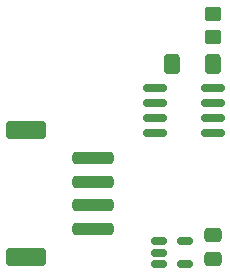
<source format=gbr>
%TF.GenerationSoftware,KiCad,Pcbnew,7.0.2*%
%TF.CreationDate,2023-05-24T14:34:07-04:00*%
%TF.ProjectId,mcumod-at6,6d63756d-6f64-42d6-9174-362e6b696361,rev?*%
%TF.SameCoordinates,Original*%
%TF.FileFunction,Paste,Bot*%
%TF.FilePolarity,Positive*%
%FSLAX46Y46*%
G04 Gerber Fmt 4.6, Leading zero omitted, Abs format (unit mm)*
G04 Created by KiCad (PCBNEW 7.0.2) date 2023-05-24 14:34:07*
%MOMM*%
%LPD*%
G01*
G04 APERTURE LIST*
G04 Aperture macros list*
%AMRoundRect*
0 Rectangle with rounded corners*
0 $1 Rounding radius*
0 $2 $3 $4 $5 $6 $7 $8 $9 X,Y pos of 4 corners*
0 Add a 4 corners polygon primitive as box body*
4,1,4,$2,$3,$4,$5,$6,$7,$8,$9,$2,$3,0*
0 Add four circle primitives for the rounded corners*
1,1,$1+$1,$2,$3*
1,1,$1+$1,$4,$5*
1,1,$1+$1,$6,$7*
1,1,$1+$1,$8,$9*
0 Add four rect primitives between the rounded corners*
20,1,$1+$1,$2,$3,$4,$5,0*
20,1,$1+$1,$4,$5,$6,$7,0*
20,1,$1+$1,$6,$7,$8,$9,0*
20,1,$1+$1,$8,$9,$2,$3,0*%
G04 Aperture macros list end*
%ADD10RoundRect,0.250000X0.400000X0.600000X-0.400000X0.600000X-0.400000X-0.600000X0.400000X-0.600000X0*%
%ADD11RoundRect,0.250000X1.500000X-0.250000X1.500000X0.250000X-1.500000X0.250000X-1.500000X-0.250000X0*%
%ADD12RoundRect,0.250001X1.449999X-0.499999X1.449999X0.499999X-1.449999X0.499999X-1.449999X-0.499999X0*%
%ADD13RoundRect,0.150000X0.825000X0.150000X-0.825000X0.150000X-0.825000X-0.150000X0.825000X-0.150000X0*%
%ADD14RoundRect,0.150000X-0.512500X-0.150000X0.512500X-0.150000X0.512500X0.150000X-0.512500X0.150000X0*%
%ADD15RoundRect,0.250000X0.450000X-0.350000X0.450000X0.350000X-0.450000X0.350000X-0.450000X-0.350000X0*%
%ADD16RoundRect,0.250000X0.475000X-0.337500X0.475000X0.337500X-0.475000X0.337500X-0.475000X-0.337500X0*%
G04 APERTURE END LIST*
D10*
%TO.C,D1*%
X118000000Y-111000000D03*
X114500000Y-111000000D03*
%TD*%
D11*
%TO.C,J4*%
X107850000Y-125000000D03*
X107850000Y-123000000D03*
X107850000Y-121000000D03*
X107850000Y-119000000D03*
D12*
X102100000Y-116650000D03*
X102100000Y-127350000D03*
%TD*%
D13*
%TO.C,U3*%
X117975000Y-113095000D03*
X117975000Y-114365000D03*
X117975000Y-115635000D03*
X117975000Y-116905000D03*
X113025000Y-116905000D03*
X113025000Y-115635000D03*
X113025000Y-114365000D03*
X113025000Y-113095000D03*
%TD*%
D14*
%TO.C,U2*%
X113362500Y-127950000D03*
X113362500Y-127000000D03*
X113362500Y-126050000D03*
X115637500Y-126050000D03*
X115637500Y-127950000D03*
%TD*%
D15*
%TO.C,R1*%
X118000000Y-108750000D03*
X118000000Y-106750000D03*
%TD*%
D16*
%TO.C,C2*%
X118000000Y-127537500D03*
X118000000Y-125462500D03*
%TD*%
M02*

</source>
